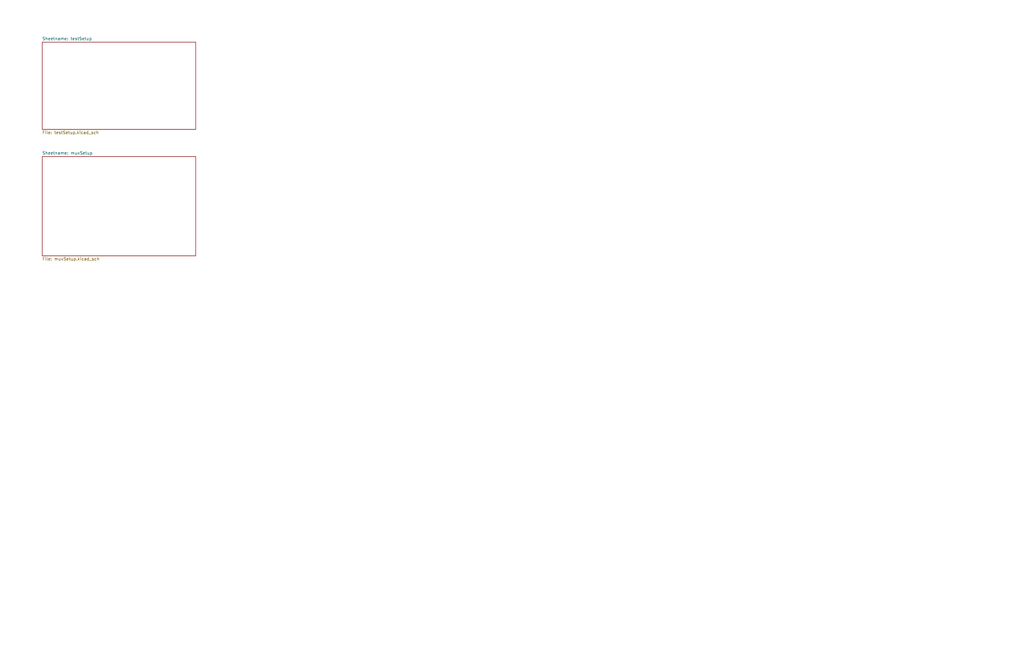
<source format=kicad_sch>
(kicad_sch
	(version 20231120)
	(generator "eeschema")
	(generator_version "8.0")
	(uuid "73fac59e-cbc4-468a-a0aa-52c8fb520e9a")
	(paper "B")
	(lib_symbols)
	(sheet
		(at 17.78 17.78)
		(size 64.77 36.83)
		(fields_autoplaced yes)
		(stroke
			(width 0.1524)
			(type solid)
		)
		(fill
			(color 0 0 0 0.0000)
		)
		(uuid "e0614cc1-34cc-491d-9f84-ffa500cb4ccd")
		(property "Sheetname" "testSetup"
			(at 17.78 17.0684 0)
			(show_name yes)
			(effects
				(font
					(size 1.27 1.27)
				)
				(justify left bottom)
			)
		)
		(property "Sheetfile" "testSetup.kicad_sch"
			(at 17.78 55.1946 0)
			(effects
				(font
					(size 1.27 1.27)
				)
				(justify left top)
			)
		)
		(instances
			(project "plantMonitor"
				(path "/73fac59e-cbc4-468a-a0aa-52c8fb520e9a"
					(page "2")
				)
			)
		)
	)
	(sheet
		(at 17.78 66.04)
		(size 64.77 41.91)
		(fields_autoplaced yes)
		(stroke
			(width 0.1524)
			(type solid)
		)
		(fill
			(color 0 0 0 0.0000)
		)
		(uuid "f0f883f3-a5fb-4756-bd4e-db450a4477f2")
		(property "Sheetname" "muxSetup"
			(at 17.78 65.3284 0)
			(show_name yes)
			(effects
				(font
					(size 1.27 1.27)
				)
				(justify left bottom)
			)
		)
		(property "Sheetfile" "muxSetup.kicad_sch"
			(at 17.78 108.5346 0)
			(effects
				(font
					(size 1.27 1.27)
				)
				(justify left top)
			)
		)
		(instances
			(project "plantMonitor"
				(path "/73fac59e-cbc4-468a-a0aa-52c8fb520e9a"
					(page "3")
				)
			)
		)
	)
	(sheet_instances
		(path "/"
			(page "1")
		)
	)
)

</source>
